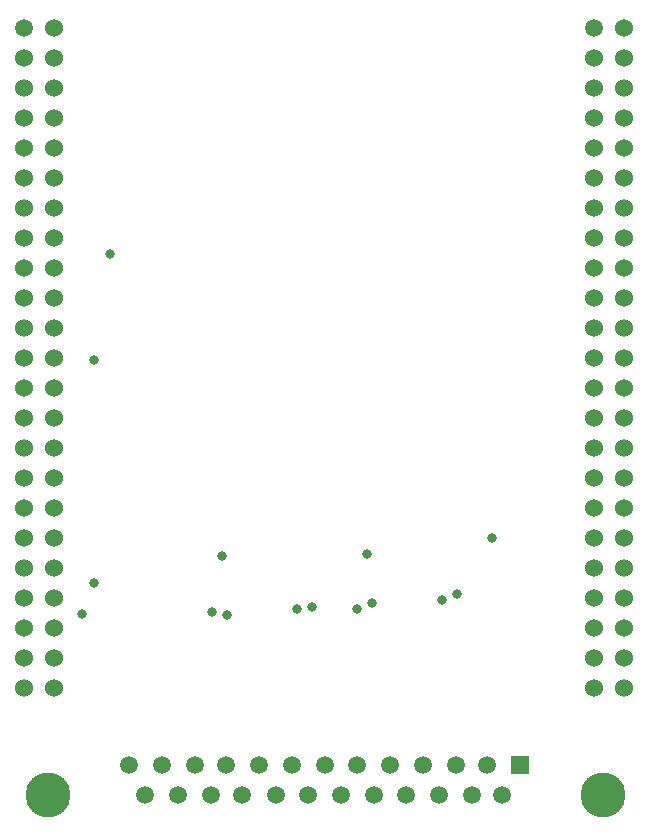
<source format=gbs>
G04 #@! TF.FileFunction,Soldermask,Bot*
%FSLAX46Y46*%
G04 Gerber Fmt 4.6, Leading zero omitted, Abs format (unit mm)*
G04 Created by KiCad (PCBNEW 4.0.7) date 10/18/17 23:54:45*
%MOMM*%
%LPD*%
G01*
G04 APERTURE LIST*
%ADD10C,0.150000*%
%ADD11C,1.500000*%
%ADD12C,1.524000*%
%ADD13C,3.810000*%
%ADD14R,1.520000X1.520000*%
%ADD15C,1.520000*%
%ADD16C,0.812800*%
G04 APERTURE END LIST*
D10*
D11*
X164980400Y-62575200D03*
D12*
X167520400Y-118455200D03*
X164980400Y-118455200D03*
X167520400Y-115915200D03*
X164980400Y-115915200D03*
X167520400Y-113375200D03*
X164980400Y-113375200D03*
X167520400Y-98135200D03*
X167520400Y-110835200D03*
X164980400Y-110835200D03*
X164980400Y-72735200D03*
X164980400Y-70195200D03*
X164980400Y-67655200D03*
X164980400Y-65115200D03*
X164980400Y-108295200D03*
X164980400Y-105755200D03*
X167520400Y-108295200D03*
X167520400Y-105755200D03*
X167520400Y-103215200D03*
X167520400Y-100675200D03*
X167520400Y-95595200D03*
X164980400Y-103215200D03*
X167520400Y-93055200D03*
X167520400Y-90515200D03*
X164980400Y-100675200D03*
X167520400Y-87975200D03*
X164980400Y-98135200D03*
X167520400Y-85435200D03*
X164980400Y-95595200D03*
X167520400Y-82895200D03*
X164980400Y-93055200D03*
X167520400Y-80355200D03*
X164980400Y-90515200D03*
X167520400Y-77815200D03*
X164980400Y-87975200D03*
X167520400Y-75275200D03*
X164980400Y-85435200D03*
X167520400Y-72735200D03*
X164980400Y-82895200D03*
X167520400Y-70195200D03*
X164980400Y-80355200D03*
X167520400Y-67655200D03*
X164980400Y-77815200D03*
X167520400Y-65115200D03*
X164980400Y-75275200D03*
X167520400Y-62575200D03*
X119260400Y-62575200D03*
X116720400Y-75275200D03*
X119260400Y-65115200D03*
X116720400Y-77815200D03*
X119260400Y-67655200D03*
X116720400Y-80355200D03*
X119260400Y-70195200D03*
X116720400Y-82895200D03*
X119260400Y-72735200D03*
X116720400Y-85435200D03*
X119260400Y-75275200D03*
X116720400Y-87975200D03*
X119260400Y-77815200D03*
X116720400Y-90515200D03*
X119260400Y-80355200D03*
X116720400Y-93055200D03*
X119260400Y-82895200D03*
X116720400Y-95595200D03*
X119260400Y-85435200D03*
X116720400Y-98135200D03*
X119260400Y-87975200D03*
X116720400Y-100675200D03*
X119260400Y-90515200D03*
X119260400Y-93055200D03*
X116720400Y-103215200D03*
X119260400Y-95595200D03*
X119260400Y-100675200D03*
X119260400Y-103215200D03*
X119260400Y-105755200D03*
X119260400Y-108295200D03*
X116720400Y-105755200D03*
X116720400Y-108295200D03*
X116720400Y-65115200D03*
X116720400Y-67655200D03*
X116720400Y-70195200D03*
X116720400Y-72735200D03*
X116720400Y-110835200D03*
X119260400Y-110835200D03*
X119260400Y-98135200D03*
X116720400Y-113375200D03*
X119260400Y-113375200D03*
X116720400Y-115915200D03*
X119260400Y-115915200D03*
X116720400Y-118455200D03*
X119260400Y-118455200D03*
D11*
X116720400Y-62575200D03*
D13*
X118676500Y-127444500D03*
X165666500Y-127444500D03*
D14*
X158686500Y-124904500D03*
D15*
X155896500Y-124904500D03*
X153226500Y-124904500D03*
X150426500Y-124904500D03*
X147636500Y-124904500D03*
X144846500Y-124904500D03*
X142176500Y-124904500D03*
X139386500Y-124904500D03*
X136586500Y-124904500D03*
X133796500Y-124904500D03*
X131126500Y-124904500D03*
X128336500Y-124904500D03*
X125536500Y-124904500D03*
X157116500Y-127444500D03*
X154576500Y-127444500D03*
X151776500Y-127444500D03*
X149036500Y-127444500D03*
X146286500Y-127444500D03*
X143496500Y-127444500D03*
X140756500Y-127444500D03*
X138006500Y-127444500D03*
X135166500Y-127444500D03*
X132476500Y-127444500D03*
X129726500Y-127444500D03*
X126936500Y-127444500D03*
D16*
X123952000Y-81661000D03*
X156273500Y-105727500D03*
X145732500Y-107061000D03*
X133413500Y-107251500D03*
X133858000Y-112204500D03*
X132588000Y-112014000D03*
X141033500Y-111569500D03*
X139827000Y-111760000D03*
X146113500Y-111252000D03*
X144843500Y-111760000D03*
X153352500Y-110490000D03*
X152082500Y-110998000D03*
X121602500Y-112141000D03*
X122618500Y-109537500D03*
X122618500Y-90614500D03*
M02*

</source>
